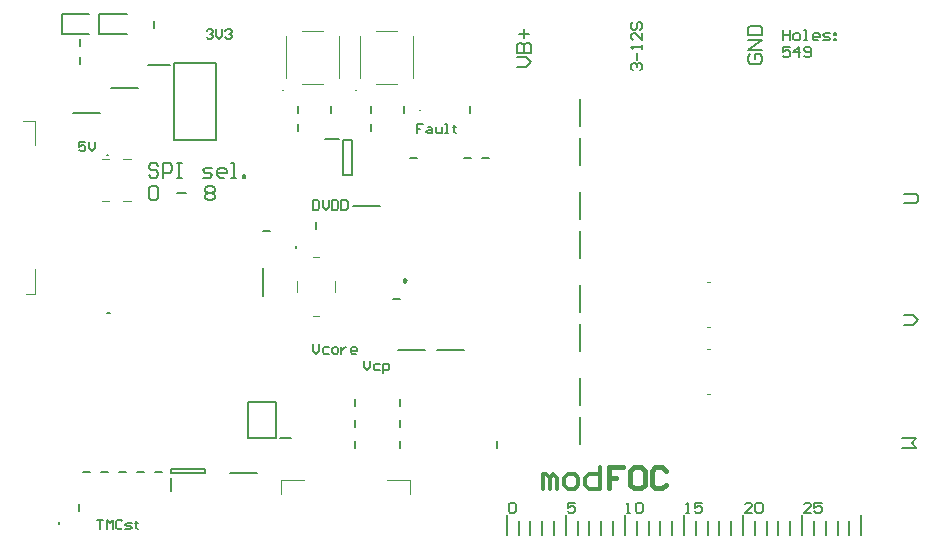
<source format=gto>
G04*
G04 #@! TF.GenerationSoftware,Altium Limited,Altium Designer,21.0.8 (223)*
G04*
G04 Layer_Color=65535*
%FSLAX25Y25*%
%MOIN*%
G70*
G04*
G04 #@! TF.SameCoordinates,B676E1CA-0217-40F3-8002-BB03906CADE6*
G04*
G04*
G04 #@! TF.FilePolarity,Positive*
G04*
G01*
G75*
%ADD10C,0.00394*%
%ADD11C,0.00787*%
%ADD12C,0.00984*%
%ADD13C,0.00591*%
%ADD14C,0.01772*%
%ADD15C,0.01181*%
%ADD16C,0.00602*%
D10*
X148201Y143000D02*
X147807D01*
X148201D01*
X102113Y149652D02*
X102507D01*
X102113D01*
X127007D02*
X126613D01*
X127007D01*
X144957Y14937D02*
Y19661D01*
X137279D02*
X144957D01*
X102043D02*
X109721D01*
X102043Y14937D02*
Y19661D01*
X16890Y81661D02*
X19842D01*
X16890D02*
X19842D01*
Y89831D01*
Y81661D02*
Y89831D01*
Y131169D02*
Y139339D01*
Y131169D02*
Y139339D01*
X15905D02*
X19842D01*
X15905D02*
X19842D01*
X103642Y153413D02*
Y167587D01*
X108957Y151642D02*
X116043D01*
X108957Y169358D02*
X116043D01*
X121358Y153413D02*
Y167587D01*
X145858Y153413D02*
Y167587D01*
X133457Y169358D02*
X140543D01*
X133457Y151642D02*
X140543D01*
X128142Y153413D02*
Y167587D01*
X243961Y48158D02*
X244748D01*
X243961Y63138D02*
X244748D01*
X49362Y126390D02*
X51921D01*
X42079D02*
X44638D01*
X49362Y112610D02*
X51921D01*
X42079D02*
X44638D01*
X243961Y85638D02*
X244748D01*
X243961Y70657D02*
X244748D01*
X107201Y82032D02*
Y85969D01*
Y82032D02*
Y85969D01*
X112516Y74158D02*
X114484D01*
X112516D02*
X114484D01*
X112516Y93843D02*
X114484D01*
X112516D02*
X114484D01*
X119799Y82032D02*
Y85969D01*
Y82032D02*
Y85969D01*
D11*
X43804Y127995D02*
X44198D01*
X43804D01*
X44198D01*
X44748Y75098D02*
X43961D01*
X44748D01*
X27913Y5000D02*
Y5394D01*
Y5000D01*
Y5394D01*
X107004Y97386D02*
Y96992D01*
Y97386D01*
Y96992D01*
X165000Y141819D02*
Y144181D01*
X201500Y31472D02*
Y40528D01*
Y44472D02*
Y53528D01*
Y75472D02*
Y84528D01*
Y62472D02*
Y71528D01*
Y93472D02*
Y102528D01*
X139319Y80000D02*
X141681D01*
X84972Y22000D02*
X94028D01*
X125972Y111000D02*
X135028D01*
X65095Y16004D02*
Y20335D01*
X65291Y21713D02*
X76709D01*
Y23287D01*
X65291D02*
X76709D01*
X65291Y21713D02*
Y23287D01*
X116618Y133299D02*
X121146D01*
X122524Y121095D02*
Y132905D01*
Y121095D02*
X125476D01*
Y132905D01*
X122524D02*
X125476D01*
X107500Y141819D02*
Y144181D01*
X118500Y141819D02*
Y144181D01*
X101480Y33398D02*
X105220D01*
X100102Y33595D02*
Y45406D01*
X91047D02*
X100102D01*
X91047Y33595D02*
Y45406D01*
Y33595D02*
X100102D01*
X59819Y22350D02*
X62181D01*
X47819D02*
X50181D01*
X168819Y127000D02*
X171181D01*
X34500Y9319D02*
Y11681D01*
X95819Y102500D02*
X98181D01*
X45298Y150277D02*
X54354D01*
X107500Y135819D02*
Y138181D01*
X57531Y157984D02*
X65012D01*
X66390Y132984D02*
Y158575D01*
Y132984D02*
X80169D01*
Y158575D01*
X66390D02*
X80169D01*
X53819Y22350D02*
X56181D01*
X41819D02*
X44181D01*
X35819D02*
X38181D01*
X32472Y142000D02*
X41528D01*
X113500Y103319D02*
Y105681D01*
X96000Y80972D02*
Y90028D01*
X201500Y124472D02*
Y133528D01*
Y137472D02*
Y146528D01*
X140972Y63000D02*
X150028D01*
X153972D02*
X163028D01*
X201500Y106472D02*
Y115528D01*
X141500Y44319D02*
Y46681D01*
Y30319D02*
Y32681D01*
Y37319D02*
Y39681D01*
X59500Y170319D02*
Y172681D01*
X35000Y158319D02*
Y160681D01*
X126500Y37319D02*
Y39681D01*
Y30319D02*
Y32681D01*
Y44319D02*
Y46681D01*
X162819Y127000D02*
X165181D01*
X174000Y30319D02*
Y32681D01*
X35000Y164319D02*
Y166681D01*
X144819Y127000D02*
X147181D01*
X132000Y135819D02*
Y138181D01*
Y141819D02*
Y144181D01*
X28898Y168252D02*
X37953D01*
X28898D02*
Y174748D01*
X37953D01*
X41398Y168252D02*
X50453D01*
X41398D02*
Y174748D01*
X50453D01*
X142900Y141819D02*
Y144181D01*
X60936Y124280D02*
X60149Y125067D01*
X58574D01*
X57787Y124280D01*
Y123493D01*
X58574Y122706D01*
X60149D01*
X60936Y121919D01*
Y121132D01*
X60149Y120345D01*
X58574D01*
X57787Y121132D01*
X62510Y120345D02*
Y125067D01*
X64872D01*
X65659Y124280D01*
Y122706D01*
X64872Y121919D01*
X62510D01*
X67233Y125067D02*
X68807D01*
X68020D01*
Y120345D01*
X67233D01*
X68807D01*
X75892D02*
X78253D01*
X79040Y121132D01*
X78253Y121919D01*
X76679D01*
X75892Y122706D01*
X76679Y123493D01*
X79040D01*
X82976Y120345D02*
X81402D01*
X80615Y121132D01*
Y122706D01*
X81402Y123493D01*
X82976D01*
X83763Y122706D01*
Y121919D01*
X80615D01*
X85338Y120345D02*
X86912D01*
X86125D01*
Y125067D01*
X85338D01*
X89273Y120345D02*
Y121132D01*
X90060D01*
Y120345D01*
X89273D01*
X57787Y116723D02*
X58574Y117510D01*
X60149D01*
X60936Y116723D01*
Y113575D01*
X60149Y112787D01*
X58574D01*
X57787Y113575D01*
Y116723D01*
X67233Y115149D02*
X70382D01*
X76679Y116723D02*
X77466Y117510D01*
X79040D01*
X79827Y116723D01*
Y115936D01*
X79040Y115149D01*
X79827Y114362D01*
Y113575D01*
X79040Y112787D01*
X77466D01*
X76679Y113575D01*
Y114362D01*
X77466Y115149D01*
X76679Y115936D01*
Y116723D01*
X77466Y115149D02*
X79040D01*
X309490Y111787D02*
X313425D01*
X314213Y112575D01*
Y114149D01*
X313425Y114936D01*
X309490D01*
X308990Y30287D02*
X313713D01*
X312138Y31862D01*
X313713Y33436D01*
X308990D01*
X309490Y71287D02*
X312638D01*
X314213Y72862D01*
X312638Y74436D01*
X309490D01*
X180490Y157287D02*
X183638D01*
X185213Y158862D01*
X183638Y160436D01*
X180490D01*
Y162010D02*
X185213D01*
Y164372D01*
X184425Y165159D01*
X183638D01*
X182851Y164372D01*
Y162010D01*
Y164372D01*
X182064Y165159D01*
X181277D01*
X180490Y164372D01*
Y162010D01*
X182851Y166733D02*
Y169882D01*
X181277Y168307D02*
X184425D01*
X258277Y161436D02*
X257490Y160649D01*
Y159074D01*
X258277Y158287D01*
X261425D01*
X262213Y159074D01*
Y160649D01*
X261425Y161436D01*
X259851D01*
Y159862D01*
X262213Y163010D02*
X257490D01*
X262213Y166159D01*
X257490D01*
Y167733D02*
X262213D01*
Y170095D01*
X261425Y170882D01*
X258277D01*
X257490Y170095D01*
Y167733D01*
D12*
X143681Y86114D02*
X142943Y86540D01*
Y85688D01*
X143681Y86114D01*
D13*
X279528Y1181D02*
Y5906D01*
X283465Y1181D02*
Y5906D01*
X287402Y1181D02*
Y5906D01*
X291339Y1181D02*
Y5906D01*
X295276Y1181D02*
Y7874D01*
X259842Y1181D02*
Y5906D01*
X263779Y1181D02*
Y5906D01*
X267717Y1181D02*
Y5906D01*
X271654Y1181D02*
Y5906D01*
X275590Y1181D02*
Y7874D01*
X240158Y1181D02*
Y5906D01*
X244094Y1181D02*
Y5906D01*
X248031Y1181D02*
Y5906D01*
X251969Y1181D02*
Y5906D01*
X255906Y1181D02*
Y7874D01*
X220472Y1181D02*
Y5906D01*
X224410Y1181D02*
Y5906D01*
X228346Y1181D02*
Y5906D01*
X232283Y1181D02*
Y5906D01*
X236221Y1181D02*
Y7874D01*
X200787Y1181D02*
Y5906D01*
X204724Y1181D02*
Y5906D01*
X208661Y1181D02*
Y5906D01*
X212598Y1181D02*
Y5906D01*
X216535Y1181D02*
Y7874D01*
X196850Y1181D02*
Y7874D01*
X192913Y1181D02*
Y5906D01*
X188976Y1181D02*
Y5906D01*
X185039Y1181D02*
Y5906D01*
X177165Y1181D02*
Y7874D01*
X181102Y1181D02*
Y5906D01*
X278542Y8465D02*
X276181D01*
X278542Y10826D01*
Y11416D01*
X277952Y12007D01*
X276771D01*
X276181Y11416D01*
X282085Y12007D02*
X279723D01*
Y10236D01*
X280904Y10826D01*
X281494D01*
X282085Y10236D01*
Y9055D01*
X281494Y8465D01*
X280314D01*
X279723Y9055D01*
X236811Y8465D02*
X237992D01*
X237401D01*
Y12007D01*
X236811Y11416D01*
X242124Y12007D02*
X239763D01*
Y10236D01*
X240944Y10826D01*
X241534D01*
X242124Y10236D01*
Y9055D01*
X241534Y8465D01*
X240353D01*
X239763Y9055D01*
X219292Y156102D02*
X218702Y156693D01*
Y157873D01*
X219292Y158464D01*
X219883D01*
X220473Y157873D01*
Y157283D01*
Y157873D01*
X221063Y158464D01*
X221654D01*
X222244Y157873D01*
Y156693D01*
X221654Y156102D01*
X220473Y159644D02*
Y162006D01*
X222244Y163187D02*
Y164367D01*
Y163777D01*
X218702D01*
X219292Y163187D01*
X222244Y168500D02*
Y166139D01*
X219883Y168500D01*
X219292D01*
X218702Y167910D01*
Y166729D01*
X219292Y166139D01*
Y172042D02*
X218702Y171452D01*
Y170271D01*
X219292Y169681D01*
X219883D01*
X220473Y170271D01*
Y171452D01*
X221063Y172042D01*
X221654D01*
X222244Y171452D01*
Y170271D01*
X221654Y169681D01*
X258857Y8465D02*
X256496D01*
X258857Y10826D01*
Y11416D01*
X258267Y12007D01*
X257086D01*
X256496Y11416D01*
X260038D02*
X260629Y12007D01*
X261809D01*
X262400Y11416D01*
Y9055D01*
X261809Y8465D01*
X260629D01*
X260038Y9055D01*
Y11416D01*
X269094Y169643D02*
Y166101D01*
Y167872D01*
X271456D01*
Y169643D01*
Y166101D01*
X273227D02*
X274408D01*
X274998Y166691D01*
Y167872D01*
X274408Y168462D01*
X273227D01*
X272637Y167872D01*
Y166691D01*
X273227Y166101D01*
X276179D02*
X277360D01*
X276769D01*
Y169643D01*
X276179D01*
X280902Y166101D02*
X279721D01*
X279131Y166691D01*
Y167872D01*
X279721Y168462D01*
X280902D01*
X281492Y167872D01*
Y167282D01*
X279131D01*
X282673Y166101D02*
X284444D01*
X285034Y166691D01*
X284444Y167282D01*
X283263D01*
X282673Y167872D01*
X283263Y168462D01*
X285034D01*
X286215D02*
X286805D01*
Y167872D01*
X286215D01*
Y168462D01*
Y166691D02*
X286805D01*
Y166101D01*
X286215D01*
Y166691D01*
X271456Y163975D02*
X269094D01*
Y162204D01*
X270275Y162794D01*
X270866D01*
X271456Y162204D01*
Y161023D01*
X270866Y160433D01*
X269685D01*
X269094Y161023D01*
X274408Y160433D02*
Y163975D01*
X272637Y162204D01*
X274998D01*
X276179Y161023D02*
X276769Y160433D01*
X277950D01*
X278540Y161023D01*
Y163385D01*
X277950Y163975D01*
X276769D01*
X276179Y163385D01*
Y162794D01*
X276769Y162204D01*
X278540D01*
X177756Y11416D02*
X178346Y12007D01*
X179527D01*
X180117Y11416D01*
Y9055D01*
X179527Y8465D01*
X178346D01*
X177756Y9055D01*
Y11416D01*
X199802Y12007D02*
X197441D01*
Y10236D01*
X198622Y10826D01*
X199212D01*
X199802Y10236D01*
Y9055D01*
X199212Y8465D01*
X198031D01*
X197441Y9055D01*
X217126Y8465D02*
X218307D01*
X217716D01*
Y12007D01*
X217126Y11416D01*
X220078D02*
X220668Y12007D01*
X221849D01*
X222439Y11416D01*
Y9055D01*
X221849Y8465D01*
X220668D01*
X220078Y9055D01*
Y11416D01*
D14*
X215995Y23868D02*
X211272D01*
Y20326D01*
X213633D01*
X211272D01*
Y16783D01*
X221898Y23868D02*
X219537D01*
X218356Y22687D01*
Y17964D01*
X219537Y16783D01*
X221898D01*
X223079Y17964D01*
Y22687D01*
X221898Y23868D01*
X230163Y22687D02*
X228982Y23868D01*
X226621D01*
X225440Y22687D01*
Y17964D01*
X226621Y16783D01*
X228982D01*
X230163Y17964D01*
D15*
X189181Y16693D02*
Y21416D01*
X190362D01*
X191542Y20235D01*
Y16693D01*
Y20235D01*
X192723Y21416D01*
X193904Y20235D01*
Y16693D01*
X197446D02*
X199808D01*
X200988Y17874D01*
Y20235D01*
X199808Y21416D01*
X197446D01*
X196265Y20235D01*
Y17874D01*
X197446Y16693D01*
X208073Y23777D02*
Y16693D01*
X204531D01*
X203350Y17874D01*
Y20235D01*
X204531Y21416D01*
X208073D01*
D16*
X36701Y132251D02*
X34602D01*
Y130677D01*
X35652Y131201D01*
X36177D01*
X36701Y130677D01*
Y129627D01*
X36177Y129102D01*
X35127D01*
X34602Y129627D01*
X37751Y132251D02*
Y130152D01*
X38800Y129102D01*
X39850Y130152D01*
Y132251D01*
X149201Y138251D02*
X147102D01*
Y136677D01*
X148152D01*
X147102D01*
Y135102D01*
X150776Y137201D02*
X151825D01*
X152350Y136677D01*
Y135102D01*
X150776D01*
X150251Y135627D01*
X150776Y136152D01*
X152350D01*
X153400Y137201D02*
Y135627D01*
X153924Y135102D01*
X155499D01*
Y137201D01*
X156548Y135102D02*
X157598D01*
X157073D01*
Y138251D01*
X156548D01*
X159697Y137726D02*
Y137201D01*
X159172D01*
X160222D01*
X159697D01*
Y135627D01*
X160222Y135102D01*
X40602Y6251D02*
X42701D01*
X41652D01*
Y3102D01*
X43751D02*
Y6251D01*
X44800Y5201D01*
X45850Y6251D01*
Y3102D01*
X48999Y5726D02*
X48474Y6251D01*
X47424D01*
X46900Y5726D01*
Y3627D01*
X47424Y3102D01*
X48474D01*
X48999Y3627D01*
X50048Y3102D02*
X51622D01*
X52147Y3627D01*
X51622Y4152D01*
X50573D01*
X50048Y4677D01*
X50573Y5201D01*
X52147D01*
X53721Y5726D02*
Y5201D01*
X53197D01*
X54246D01*
X53721D01*
Y3627D01*
X54246Y3102D01*
X129602Y59301D02*
Y57201D01*
X130652Y56152D01*
X131701Y57201D01*
Y59301D01*
X134850Y58251D02*
X133276D01*
X132751Y57726D01*
Y56677D01*
X133276Y56152D01*
X134850D01*
X135899Y55102D02*
Y58251D01*
X137474D01*
X137999Y57726D01*
Y56677D01*
X137474Y56152D01*
X135899D01*
X112602Y112751D02*
Y109602D01*
X114177D01*
X114701Y110127D01*
Y112226D01*
X114177Y112751D01*
X112602D01*
X115751D02*
Y110652D01*
X116800Y109602D01*
X117850Y110652D01*
Y112751D01*
X118900D02*
Y109602D01*
X120474D01*
X120999Y110127D01*
Y112226D01*
X120474Y112751D01*
X118900D01*
X122048D02*
Y109602D01*
X123622D01*
X124147Y110127D01*
Y112226D01*
X123622Y112751D01*
X122048D01*
X112602Y64751D02*
Y62652D01*
X113652Y61602D01*
X114701Y62652D01*
Y64751D01*
X117850Y63701D02*
X116276D01*
X115751Y63177D01*
Y62127D01*
X116276Y61602D01*
X117850D01*
X119424D02*
X120474D01*
X120999Y62127D01*
Y63177D01*
X120474Y63701D01*
X119424D01*
X118900Y63177D01*
Y62127D01*
X119424Y61602D01*
X122048Y63701D02*
Y61602D01*
Y62652D01*
X122573Y63177D01*
X123098Y63701D01*
X123622D01*
X126771Y61602D02*
X125722D01*
X125197Y62127D01*
Y63177D01*
X125722Y63701D01*
X126771D01*
X127296Y63177D01*
Y62652D01*
X125197D01*
X77102Y169226D02*
X77627Y169751D01*
X78677D01*
X79201Y169226D01*
Y168701D01*
X78677Y168177D01*
X78152D01*
X78677D01*
X79201Y167652D01*
Y167127D01*
X78677Y166602D01*
X77627D01*
X77102Y167127D01*
X80251Y169751D02*
Y167652D01*
X81300Y166602D01*
X82350Y167652D01*
Y169751D01*
X83399Y169226D02*
X83924Y169751D01*
X84974D01*
X85499Y169226D01*
Y168701D01*
X84974Y168177D01*
X84449D01*
X84974D01*
X85499Y167652D01*
Y167127D01*
X84974Y166602D01*
X83924D01*
X83399Y167127D01*
M02*

</source>
